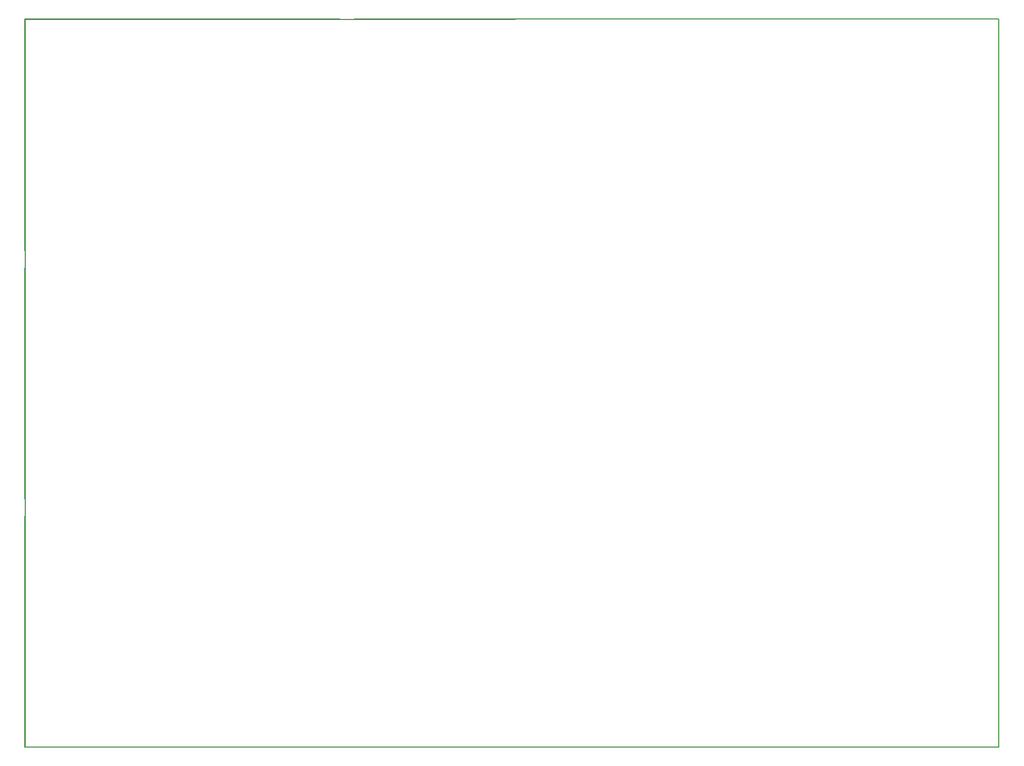
<source format=gbr>
G04 #@! TF.GenerationSoftware,KiCad,Pcbnew,(5.0.1)-3*
G04 #@! TF.CreationDate,2019-05-27T16:35:57-04:00*
G04 #@! TF.ProjectId,marsaqua_panel,6D617273617175615F70616E656C2E6B,rev?*
G04 #@! TF.SameCoordinates,Original*
G04 #@! TF.FileFunction,Profile,NP*
%FSLAX46Y46*%
G04 Gerber Fmt 4.6, Leading zero omitted, Abs format (unit mm)*
G04 Created by KiCad (PCBNEW (5.0.1)-3) date 5/27/2019 4:35:57 PM*
%MOMM*%
%LPD*%
G01*
G04 APERTURE LIST*
%ADD10C,0.200000*%
%ADD11C,0.150000*%
G04 APERTURE END LIST*
D10*
X25417780Y-25438100D02*
X182054500Y-25389840D01*
D11*
X78400900Y-25401540D02*
X129091680Y-25401540D01*
X131400900Y-25401540D02*
X182091680Y-25401540D01*
X25400900Y-25401540D02*
X76091680Y-25401540D01*
D10*
X25420320Y-142572740D02*
X25415240Y-25430480D01*
X182125620Y-142580360D02*
X25420320Y-142572740D01*
X182054500Y-25389840D02*
X182125620Y-142580360D01*
D11*
X25398360Y-142602100D02*
X25398360Y-105403800D01*
X25398360Y-102602100D02*
X25398360Y-65403800D01*
X182091680Y-142602100D02*
X131398360Y-142602100D01*
X129091680Y-142602100D02*
X78398360Y-142602100D01*
X76091680Y-142602100D02*
X25398360Y-142602100D01*
X182091680Y-105401260D02*
X182091680Y-142602100D01*
X182091680Y-65401260D02*
X182091680Y-102602100D01*
X182091680Y-25401260D02*
X182091680Y-62602100D01*
X25398360Y-62602100D02*
X25398360Y-25403800D01*
M02*

</source>
